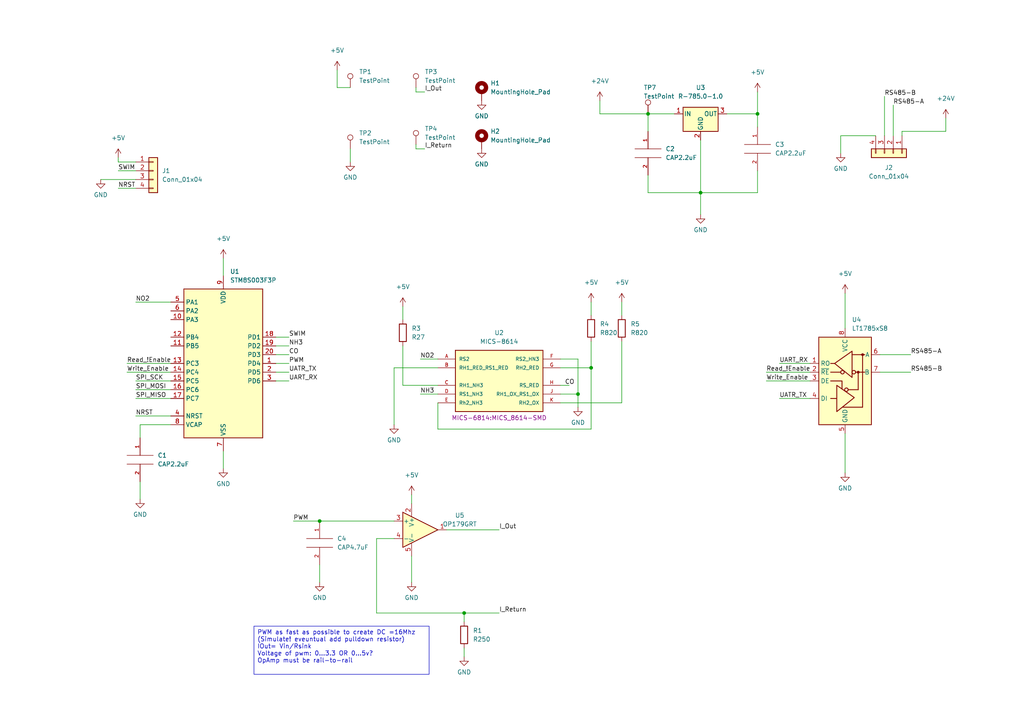
<source format=kicad_sch>
(kicad_sch (version 20230121) (generator eeschema)
  (paper "A4")
  (lib_symbols
    (symbol "Amplifier_Operational:OP179GRT" (pin_names (offset 0.127))
      (property "Reference" "U" (at 0 5.08 0))
      (property "Value" "OP179GRT" (at 0 -5.08 0))
      (symbol "OP179GRT_0_1"
        (polyline (pts (xy -5.08 5.08) (xy 5.08 0) (xy -5.08 -5.08) (xy -5.08 5.08)) (stroke (width 0.254)) (fill (type background)))
        (pin power_in line (at -2.54 7.62 270) (length 3.81) (name "V+") (number "2"))
        (pin power_in line (at -2.54 -7.62 90) (length 3.81) (name "V-") (number "5"))
      )
      (symbol "OP179GRT_1_1"
        (pin output line (at 7.62 0 180) (length 2.54) (name "~") (number "1"))
        (pin input line (at -7.62 2.54 0) (length 2.54) (name "+") (number "3"))
        (pin input line (at -7.62 -2.54 0) (length 2.54) (name "-") (number "4"))
      )
    )
    (symbol "Connector:TestPoint" (pin_numbers hide) (pin_names (offset 0.762) hide)
      (property "Reference" "TP" (at 0 6.858 0))
      (property "Value" "TestPoint" (at 0 5.08 0))
      (symbol "TestPoint_0_1"
        (circle (center 0 3.302) (radius 0.762))
      )
      (symbol "TestPoint_1_1"
        (pin passive line (at 0 0 90) (length 2.54) (name "1") (number "1"))
      )
    )
    (symbol "Connector_Generic:Conn_01x04" (pin_names (offset 1.016) hide)
      (property "Reference" "J" (at 0 5.08 0))
      (property "Value" "Conn_01x04" (at 0 -7.62 0))
      (symbol "Conn_01x04_1_1"
        (rectangle (start -1.27 -4.953) (end 0 -5.207) (stroke (width 0.1524)))
        (rectangle (start -1.27 -2.413) (end 0 -2.667) (stroke (width 0.1524)))
        (rectangle (start -1.27 0.127) (end 0 -0.127) (stroke (width 0.1524)))
        (rectangle (start -1.27 2.667) (end 0 2.413) (stroke (width 0.1524)))
        (rectangle (start -1.27 3.81) (end 1.27 -6.35) (stroke (width 0.254)) (fill (type background)))
        (pin passive line (at -5.08 2.54 0) (length 3.81) (name "Pin_1") (number "1"))
        (pin passive line (at -5.08 0 0) (length 3.81) (name "Pin_2") (number "2"))
        (pin passive line (at -5.08 -2.54 0) (length 3.81) (name "Pin_3") (number "3"))
        (pin passive line (at -5.08 -5.08 0) (length 3.81) (name "Pin_4") (number "4"))
      )
    )
    (symbol "Device:R" (pin_numbers hide) (pin_names (offset 0))
      (property "Reference" "R" (at 2.032 0 90))
      (property "Value" "R" (at 0 0 90))
      (symbol "R_0_1"
        (rectangle (start -1.016 -2.54) (end 1.016 2.54) (stroke (width 0.254)))
      )
      (symbol "R_1_1"
        (pin passive line (at 0 3.81 270) (length 1.27) (name "~") (number "1"))
        (pin passive line (at 0 -3.81 90) (length 1.27) (name "~") (number "2"))
      )
    )
    (symbol "Interface_UART:LT1785xS8"
      (property "Reference" "U" (at -6.985 13.97 0))
      (property "Value" "LT1785xS8" (at 7.62 13.97 0))
      (symbol "LT1785xS8_0_1"
        (rectangle (start -7.62 12.7) (end 7.62 -12.7) (stroke (width 0.254)) (fill (type background)))
        (polyline (pts (xy -4.191 2.54) (xy -1.27 2.54)) (stroke (width 0.254)))
        (polyline (pts (xy -2.54 -5.08) (xy -4.191 -5.08)) (stroke (width 0.254)))
        (polyline (pts (xy -0.635 -7.62) (xy 5.08 -7.62)) (stroke (width 0.254)))
        (polyline (pts (xy 0.889 -2.54) (xy 3.81 -2.54)) (stroke (width 0.254)))
        (polyline (pts (xy 2.032 7.62) (xy 5.715 7.62)) (stroke (width 0.254)))
        (polyline (pts (xy 3.048 2.54) (xy 5.715 2.54)) (stroke (width 0.254)))
        (polyline (pts (xy 3.81 -2.54) (xy 3.81 2.54)) (stroke (width 0.254)))
        (polyline (pts (xy 5.08 -7.62) (xy 5.08 7.62)) (stroke (width 0.254)))
        (polyline (pts (xy -4.191 0) (xy -0.889 0) (xy -0.889 -2.286)) (stroke (width 0.254)))
        (polyline (pts (xy -3.175 5.08) (xy -4.191 5.08) (xy -4.064 5.08)) (stroke (width 0.254)))
        (polyline (pts (xy -2.413 -5.08) (xy -2.413 -1.27) (xy 2.667 -4.826) (xy -2.413 -8.89) (xy -2.413 -5.08)) (stroke (width 0.254)))
        (circle (center 0.381 -2.54) (radius 0.508) (stroke (width 0.254)))
        (circle (center 3.81 2.54) (radius 0.2794) (stroke (width 0.254)) (fill (type outline)))
      )
      (symbol "LT1785xS8_1_1"
        (circle (center -0.762 2.54) (radius 0.508) (stroke (width 0.254)))
        (polyline (pts (xy 2.032 4.826) (xy 2.032 8.636) (xy -3.048 5.08) (xy 2.032 1.016) (xy 2.032 4.826)) (stroke (width 0.254)))
        (circle (center 2.54 2.54) (radius 0.508) (stroke (width 0.254)))
        (circle (center 5.08 7.62) (radius 0.2794) (stroke (width 0.254)) (fill (type outline)))
        (pin output line (at -10.16 5.08 0) (length 2.54) (name "RO") (number "1"))
        (pin input line (at -10.16 2.54 0) (length 2.54) (name "~{RE}") (number "2"))
        (pin input line (at -10.16 0 0) (length 2.54) (name "DE") (number "3"))
        (pin input line (at -10.16 -5.08 0) (length 2.54) (name "DI") (number "4"))
        (pin power_in line (at 0 -15.24 90) (length 2.54) (name "GND") (number "5"))
        (pin bidirectional line (at 10.16 7.62 180) (length 2.54) (name "A") (number "6"))
        (pin bidirectional line (at 10.16 2.54 180) (length 2.54) (name "B") (number "7"))
        (pin power_in line (at 0 15.24 270) (length 2.54) (name "VCC") (number "8"))
      )
    )
    (symbol "MCU_ST_STM8:STM8S003F3P"
      (property "Reference" "U" (at 1.27 25.4 0))
      (property "Value" "STM8S003F3P" (at 1.27 22.86 0))
      (symbol "STM8S003F3P_0_1"
        (rectangle (start -11.43 21.59) (end 11.43 -21.59) (stroke (width 0.254)) (fill (type background)))
      )
      (symbol "STM8S003F3P_1_1"
        (pin bidirectional line (at 15.24 0 180) (length 3.81) (name "PD4") (number "1"))
        (pin bidirectional line (at -15.24 12.7 0) (length 3.81) (name "PA3") (number "10"))
        (pin bidirectional line (at -15.24 5.08 0) (length 3.81) (name "PB5") (number "11"))
        (pin bidirectional line (at -15.24 7.62 0) (length 3.81) (name "PB4") (number "12"))
        (pin bidirectional line (at -15.24 0 0) (length 3.81) (name "PC3") (number "13"))
        (pin bidirectional line (at -15.24 -2.54 0) (length 3.81) (name "PC4") (number "14"))
        (pin bidirectional line (at -15.24 -5.08 0) (length 3.81) (name "PC5") (number "15"))
        (pin bidirectional line (at -15.24 -7.62 0) (length 3.81) (name "PC6") (number "16"))
        (pin bidirectional line (at -15.24 -10.16 0) (length 3.81) (name "PC7") (number "17"))
        (pin bidirectional line (at 15.24 7.62 180) (length 3.81) (name "PD1") (number "18"))
        (pin bidirectional line (at 15.24 5.08 180) (length 3.81) (name "PD2") (number "19"))
        (pin bidirectional line (at 15.24 -2.54 180) (length 3.81) (name "PD5") (number "2"))
        (pin bidirectional line (at 15.24 2.54 180) (length 3.81) (name "PD3") (number "20"))
        (pin bidirectional line (at 15.24 -5.08 180) (length 3.81) (name "PD6") (number "3"))
        (pin input line (at -15.24 -15.24 0) (length 3.81) (name "NRST") (number "4"))
        (pin bidirectional line (at -15.24 17.78 0) (length 3.81) (name "PA1") (number "5"))
        (pin bidirectional line (at -15.24 15.24 0) (length 3.81) (name "PA2") (number "6"))
        (pin power_in line (at 0 -25.4 90) (length 3.81) (name "VSS") (number "7"))
        (pin passive line (at -15.24 -17.78 0) (length 3.81) (name "VCAP") (number "8"))
        (pin power_in line (at 0 25.4 270) (length 3.81) (name "VDD") (number "9"))
      )
    )
    (symbol "MICS-8614:MICS-8614" (pin_names (offset 1.016))
      (property "Reference" "U" (at -12.7233 8.3974 0))
      (property "Value" "MICS-8614" (at -12.7 -12.7 0))
      (symbol "MICS-8614_0_0"
        (rectangle (start -12.7 7.62) (end 12.7 -10.16) (stroke (width 0.254)) (fill (type background)))
      )
      (symbol "MICS-8614_1_0"
        (pin bidirectional line (at -17.78 5.08 0) (length 5.08) (name "RS2") (number "A"))
        (pin bidirectional line (at -17.78 2.54 0) (length 5.08) (name "RH1_RED_RS1_RED") (number "B"))
        (pin bidirectional line (at -17.78 -2.54 0) (length 5.08) (name "RH1_NH3") (number "C"))
        (pin bidirectional line (at -17.78 -5.08 0) (length 5.08) (name "RS1_NH3") (number "D"))
        (pin bidirectional line (at -17.78 -7.62 0) (length 5.08) (name "Rh2_NH3") (number "E"))
        (pin bidirectional line (at 17.78 5.08 180) (length 5.08) (name "RS2_HN3") (number "F"))
        (pin bidirectional line (at 17.78 2.54 180) (length 5.08) (name "RH2_RED") (number "G"))
        (pin bidirectional line (at 17.78 -2.54 180) (length 5.08) (name "RS_RED") (number "H"))
        (pin bidirectional line (at 17.78 -5.08 180) (length 5.08) (name "RH1_OX_RS1_OX") (number "J"))
        (pin bidirectional line (at 17.78 -7.62 180) (length 5.08) (name "RH2_OX") (number "K"))
      )
    )
    (symbol "Mechanical:MountingHole_Pad" (pin_numbers hide) (pin_names (offset 1.016) hide)
      (property "Reference" "H" (at 0 6.35 0))
      (property "Value" "MountingHole_Pad" (at 0 4.445 0))
      (symbol "MountingHole_Pad_0_1"
        (circle (center 0 1.27) (radius 1.27) (stroke (width 1.27)))
      )
      (symbol "MountingHole_Pad_1_1"
        (pin input line (at 0 -2.54 90) (length 2.54) (name "1") (number "1"))
      )
    )
    (symbol "Regulator_Switching:R-785.0-1.0" (pin_names (offset 0.254))
      (property "Reference" "U" (at -3.81 3.175 0))
      (property "Value" "R-785.0-1.0" (at 0 3.175 0))
      (symbol "R-785.0-1.0_0_1"
        (rectangle (start -5.08 1.905) (end 5.08 -5.08) (stroke (width 0.254)) (fill (type background)))
      )
      (symbol "R-785.0-1.0_1_1"
        (pin power_in line (at -7.62 0 0) (length 2.54) (name "IN") (number "1"))
        (pin power_in line (at 0 -7.62 90) (length 2.54) (name "GND") (number "2"))
        (pin power_out line (at 7.62 0 180) (length 2.54) (name "OUT") (number "3"))
      )
    )
    (symbol "power:+24V" (power) (pin_names (offset 0))
      (property "Value" "+24V" (at 0 3.556 0))
      (symbol "+24V_0_1"
        (polyline (pts (xy -0.762 1.27) (xy 0 2.54)))
        (polyline (pts (xy 0 0) (xy 0 2.54)))
        (polyline (pts (xy 0 2.54) (xy 0.762 1.27)))
      )
      (symbol "+24V_1_1"
        (pin power_in line (at 0 0 90) (length 0) hide (name "+24V") (number "1"))
      )
    )
    (symbol "power:+5V" (power) (pin_names (offset 0))
      (property "Value" "+5V" (at 0 3.556 0))
      (symbol "+5V_0_1"
        (polyline (pts (xy -0.762 1.27) (xy 0 2.54)))
        (polyline (pts (xy 0 0) (xy 0 2.54)))
        (polyline (pts (xy 0 2.54) (xy 0.762 1.27)))
      )
      (symbol "+5V_1_1"
        (pin power_in line (at 0 0 90) (length 0) hide (name "+5V") (number "1"))
      )
    )
    (symbol "power:GND" (power) (pin_names (offset 0))
      (property "Value" "GND" (at 0 -3.81 0))
      (symbol "GND_0_1"
        (polyline (pts (xy 0 0) (xy 0 -1.27) (xy 1.27 -1.27) (xy 0 -2.54) (xy -1.27 -1.27) (xy 0 -1.27)))
      )
      (symbol "GND_1_1"
        (pin power_in line (at 0 0 270) (length 0) hide (name "GND") (number "1"))
      )
    )
    (symbol "pspice:CAP" (pin_names (offset 0.254))
      (property "Reference" "C" (at 2.54 3.81 90))
      (property "Value" "CAP" (at 2.54 -3.81 90))
      (symbol "CAP_0_1"
        (polyline (pts (xy -3.81 -1.27) (xy 3.81 -1.27)))
        (polyline (pts (xy -3.81 1.27) (xy 3.81 1.27)))
      )
      (symbol "CAP_1_1"
        (pin passive line (at 0 6.35 270) (length 5.08) (name "~") (number "1"))
        (pin passive line (at 0 -6.35 90) (length 5.08) (name "~") (number "2"))
      )
    )
  )
  (junction (at 203.2 55.88))
  (junction (at 171.45 106.68))
  (junction (at 167.64 114.3))
  (junction (at 219.71 33.02))
  (junction (at 92.71 151.13))
  (junction (at 134.62 177.8))
  (junction (at 187.96 33.02))
  (wire (pts (xy 261.62 38.1) (xy 261.62 39.37)))
  (wire (pts (xy 120.65 41.91) (xy 120.65 43.18)))
  (wire (pts (xy 127 116.84) (xy 127 124.46)))
  (wire (pts (xy 39.37 120.65) (xy 49.53 120.65)))
  (wire (pts (xy 255.27 102.87) (xy 264.16 102.87)))
  (wire (pts (xy 127 124.46) (xy 171.45 124.46)))
  (wire (pts (xy 109.22 177.8) (xy 109.22 156.21)))
  (wire (pts (xy 162.56 114.3) (xy 167.64 114.3)))
  (wire (pts (xy 255.27 107.95) (xy 264.16 107.95)))
  (wire (pts (xy 92.71 151.13) (xy 114.3 151.13)))
  (wire (pts (xy 29.21 52.07) (xy 39.37 52.07)))
  (wire (pts (xy 109.22 156.21) (xy 114.3 156.21)))
  (wire (pts (xy 261.62 38.1) (xy 274.32 38.1)))
  (wire (pts (xy 36.83 105.41) (xy 49.53 105.41)))
  (wire (pts (xy 167.64 114.3) (xy 167.64 118.11)))
  (wire (pts (xy 203.2 40.64) (xy 203.2 55.88)))
  (wire (pts (xy 97.79 25.4) (xy 101.6 25.4)))
  (wire (pts (xy 245.11 125.73) (xy 245.11 137.16)))
  (wire (pts (xy 80.01 107.95) (xy 83.82 107.95)))
  (wire (pts (xy 245.11 85.09) (xy 245.11 95.25)))
  (wire (pts (xy 243.84 39.37) (xy 254 39.37)))
  (wire (pts (xy 120.65 26.67) (xy 123.19 26.67)))
  (wire (pts (xy 203.2 55.88) (xy 203.2 62.23)))
  (wire (pts (xy 256.54 27.94) (xy 256.54 39.37)))
  (wire (pts (xy 243.84 39.37) (xy 243.84 44.45)))
  (wire (pts (xy 121.92 104.14) (xy 127 104.14)))
  (wire (pts (xy 119.38 161.29) (xy 119.38 168.91)))
  (wire (pts (xy 171.45 124.46) (xy 171.45 106.68)))
  (wire (pts (xy 120.65 25.4) (xy 120.65 26.67)))
  (wire (pts (xy 222.25 110.49) (xy 234.95 110.49)))
  (wire (pts (xy 40.64 123.19) (xy 40.64 127)))
  (wire (pts (xy 162.56 106.68) (xy 171.45 106.68)))
  (wire (pts (xy 180.34 87.63) (xy 180.34 91.44)))
  (wire (pts (xy 36.83 107.95) (xy 49.53 107.95)))
  (wire (pts (xy 173.99 29.21) (xy 173.99 33.02)))
  (wire (pts (xy 134.62 180.34) (xy 134.62 177.8)))
  (wire (pts (xy 114.3 123.19) (xy 114.3 106.68)))
  (wire (pts (xy 187.96 55.88) (xy 203.2 55.88)))
  (wire (pts (xy 119.38 143.51) (xy 119.38 146.05)))
  (wire (pts (xy 116.84 88.9) (xy 116.84 92.71)))
  (wire (pts (xy 80.01 97.79) (xy 83.82 97.79)))
  (wire (pts (xy 34.29 49.53) (xy 39.37 49.53)))
  (wire (pts (xy 116.84 111.76) (xy 127 111.76)))
  (wire (pts (xy 64.77 130.81) (xy 64.77 135.89)))
  (wire (pts (xy 34.29 46.99) (xy 34.29 45.72)))
  (wire (pts (xy 180.34 116.84) (xy 180.34 99.06)))
  (wire (pts (xy 80.01 100.33) (xy 83.82 100.33)))
  (wire (pts (xy 203.2 55.88) (xy 219.71 55.88)))
  (wire (pts (xy 226.06 115.57) (xy 234.95 115.57)))
  (wire (pts (xy 259.08 39.37) (xy 259.08 30.48)))
  (wire (pts (xy 97.79 20.32) (xy 97.79 25.4)))
  (wire (pts (xy 64.77 74.93) (xy 64.77 80.01)))
  (wire (pts (xy 120.65 43.18) (xy 123.19 43.18)))
  (wire (pts (xy 173.99 33.02) (xy 187.96 33.02)))
  (wire (pts (xy 226.06 105.41) (xy 234.95 105.41)))
  (wire (pts (xy 101.6 46.99) (xy 101.6 43.18)))
  (wire (pts (xy 167.64 104.14) (xy 167.64 114.3)))
  (wire (pts (xy 187.96 33.02) (xy 187.96 38.1)))
  (wire (pts (xy 109.22 177.8) (xy 134.62 177.8)))
  (wire (pts (xy 171.45 87.63) (xy 171.45 91.44)))
  (wire (pts (xy 114.3 106.68) (xy 127 106.68)))
  (wire (pts (xy 80.01 102.87) (xy 83.82 102.87)))
  (wire (pts (xy 39.37 46.99) (xy 34.29 46.99)))
  (wire (pts (xy 274.32 38.1) (xy 274.32 34.29)))
  (wire (pts (xy 39.37 87.63) (xy 49.53 87.63)))
  (wire (pts (xy 121.92 114.3) (xy 127 114.3)))
  (wire (pts (xy 162.56 111.76) (xy 165.1 111.76)))
  (wire (pts (xy 219.71 33.02) (xy 219.71 36.83)))
  (wire (pts (xy 134.62 177.8) (xy 144.78 177.8)))
  (wire (pts (xy 222.25 107.95) (xy 234.95 107.95)))
  (wire (pts (xy 187.96 50.8) (xy 187.96 55.88)))
  (wire (pts (xy 162.56 116.84) (xy 180.34 116.84)))
  (wire (pts (xy 129.54 153.67) (xy 144.78 153.67)))
  (wire (pts (xy 187.96 33.02) (xy 195.58 33.02)))
  (wire (pts (xy 40.64 139.7) (xy 40.64 144.78)))
  (wire (pts (xy 34.29 54.61) (xy 39.37 54.61)))
  (wire (pts (xy 39.37 110.49) (xy 49.53 110.49)))
  (wire (pts (xy 162.56 104.14) (xy 167.64 104.14)))
  (wire (pts (xy 49.53 123.19) (xy 40.64 123.19)))
  (wire (pts (xy 219.71 49.53) (xy 219.71 55.88)))
  (wire (pts (xy 171.45 99.06) (xy 171.45 106.68)))
  (wire (pts (xy 39.37 115.57) (xy 49.53 115.57)))
  (wire (pts (xy 219.71 26.67) (xy 219.71 33.02)))
  (wire (pts (xy 80.01 110.49) (xy 83.82 110.49)))
  (wire (pts (xy 92.71 163.83) (xy 92.71 168.91)))
  (wire (pts (xy 134.62 187.96) (xy 134.62 190.5)))
  (wire (pts (xy 210.82 33.02) (xy 219.71 33.02)))
  (wire (pts (xy 39.37 113.03) (xy 49.53 113.03)))
  (wire (pts (xy 85.09 151.13) (xy 92.71 151.13)))
  (wire (pts (xy 80.01 105.41) (xy 83.82 105.41)))
  (wire (pts (xy 116.84 100.33) (xy 116.84 111.76)))
  (text_box "PWM as fast as possible to create DC =16Mhz\n(Simulate! eveuntual add pulldown resistor)\nIOut= Vin/Rsink\nVoltage of pwm: 0...3.3 OR 0...5v?\nOpAmp must be rail-to-rail\n\n\n" (at 73.66 181.61 0) (size 50.8 13.97) (effects (font (size 1.27 1.27)) (justify left top)))
  (label "UATR_TX" (at 226.06 115.57 0))
  (label "NH3" (at 121.92 114.3 0))
  (label "SPI_SCK" (at 39.37 110.49 0))
  (label "Read_!Enable" (at 36.83 105.41 0))
  (label "I_Out" (at 123.19 26.67 0))
  (label "SWIM" (at 34.29 49.53 0))
  (label "NO2" (at 121.92 104.14 0))
  (label "NO2" (at 39.37 87.63 0))
  (label "NRST" (at 39.37 120.65 0))
  (label "I_Return" (at 123.19 43.18 0))
  (label "CO" (at 163.83 111.76 0))
  (label "RS485-B" (at 264.16 107.95 0))
  (label "PWM" (at 83.82 105.41 0))
  (label "Read_!Enable" (at 222.25 107.95 0))
  (label "RS485-A" (at 264.16 102.87 0))
  (label "PWM" (at 85.09 151.13 0))
  (label "NH3" (at 83.82 100.33 0))
  (label "RS485-B" (at 256.54 27.94 0))
  (label "Write_Enable" (at 36.83 107.95 0))
  (label "SWIM" (at 83.82 97.79 0))
  (label "UATR_TX" (at 83.82 107.95 0))
  (label "CO" (at 83.82 102.87 0))
  (label "UART_RX" (at 83.82 110.49 0))
  (label "UART_RX" (at 226.06 105.41 0))
  (label "Write_Enable" (at 222.25 110.49 0))
  (label "RS485-A" (at 259.08 30.48 0))
  (label "I_Return" (at 144.78 177.8 0))
  (label "SPI_MISO" (at 39.37 115.57 0))
  (label "I_Out" (at 144.78 153.67 0))
  (label "NRST" (at 34.29 54.61 0))
  (label "SPI_MOSI" (at 39.37 113.03 0))
  (symbol (lib_id "power:GND") (at 101.6 46.99 0) (unit 1)
    (property "Reference" "#PWR09" (effects hide))
    (property "Value" "GND" (at 101.6 51.435 0))
  )
  (symbol (lib_id "pspice:CAP") (at 219.71 43.18 0) (unit 1)
    (property "Reference" "C3" (at 224.79 41.91 0) (effects (justify left)))
    (property "Value" "CAP2.2uF" (at 224.79 44.45 0) (effects (justify left)))
    (property "Footprint" "Capacitor_SMD:C_0603_1608Metric" (effects hide))
  )
  (symbol (lib_id "Amplifier_Operational:OP179GRT") (at 121.92 153.67 0) (unit 1)
    (property "Reference" "U5" (at 133.35 149.4791 0))
    (property "Value" "OP179GRT" (at 133.35 152.0191 0))
    (property "Footprint" "PCM_Package_TO_SOT_SMD_AKL:SOT-23-5" (effects hide))
    (property "Datasheet" "https://www.analog.com/media/en/technical-documentation/data-sheets/OP179_279.pdf" (effects hide))
  )
  (symbol (lib_id "power:+5V") (at 245.11 85.09 0) (unit 1)
    (property "Reference" "#PWR021" (effects hide))
    (property "Value" "+5V" (at 245.11 79.375 0))
  )
  (symbol (lib_id "Regulator_Switching:R-785.0-1.0") (at 203.2 33.02 0) (unit 1)
    (property "Reference" "U3" (at 203.2 25.4 0))
    (property "Value" "R-785.0-1.0" (at 203.2 27.94 0))
    (property "Footprint" "Converter_DCDC:Converter_DCDC_RECOM_R-78E-0.5_THT" (effects hide))
    (property "Datasheet" "https://www.recom-power.com/pdf/Innoline/R-78xx-1.0.pdf" (effects hide))
  )
  (symbol (lib_id "MCU_ST_STM8:STM8S003F3P") (at 64.77 105.41 0) (unit 1)
    (property "Reference" "U1" (at 66.7259 78.74 0) (effects (justify left)))
    (property "Value" "STM8S003F3P" (at 66.7259 81.28 0) (effects (justify left)))
    (property "Footprint" "Package_SO:TSSOP-20_4.4x6.5mm_P0.65mm" (effects hide))
    (property "Datasheet" "http://www.st.com/st-web-ui/static/active/en/resource/technical/document/datasheet/DM00024550.pdf" (effects hide))
  )
  (symbol (lib_id "Device:R") (at 180.34 95.25 0) (unit 1)
    (property "Reference" "R5" (at 182.88 93.98 0) (effects (justify left)))
    (property "Value" "R820" (at 182.88 96.52 0) (effects (justify left)))
    (property "Footprint" "Capacitor_SMD:C_0603_1608Metric" (effects hide))
  )
  (symbol (lib_id "power:+5V") (at 180.34 87.63 0) (unit 1)
    (property "Reference" "#PWR017" (effects hide))
    (property "Value" "+5V" (at 180.34 81.915 0))
  )
  (symbol (lib_id "Interface_UART:LT1785xS8") (at 245.11 110.49 0) (unit 1)
    (property "Reference" "U4" (at 247.0659 92.71 0) (effects (justify left)))
    (property "Value" "LT1785xS8" (at 247.0659 95.25 0) (effects (justify left)))
    (property "Footprint" "PCM_Package_SO_AKL:SOIC-8_3.9x4.9mm_P1.27mm" (effects hide))
    (property "Datasheet" "https://www.analog.com/media/en/technical-documentation/data-sheets/LT1785-1785A-1791-1791A.pdf" (effects hide))
  )
  (symbol (lib_id "power:GND") (at 64.77 135.89 0) (unit 1)
    (property "Reference" "#PWR07" (effects hide))
    (property "Value" "GND" (at 64.77 140.335 0))
  )
  (symbol (lib_id "Connector:TestPoint") (at 101.6 43.18 0) (unit 1)
    (property "Reference" "TP2" (at 104.14 38.608 0) (effects (justify left)))
    (property "Value" "TestPoint" (at 104.14 41.148 0) (effects (justify left)))
    (property "Footprint" "TestPoint:TestPoint_Pad_D1.0mm" (effects hide))
  )
  (symbol (lib_id "power:GND") (at 114.3 123.19 0) (unit 1)
    (property "Reference" "#PWR010" (effects hide))
    (property "Value" "GND" (at 114.3 127.635 0))
  )
  (symbol (lib_id "Connector:TestPoint") (at 187.96 33.02 0) (unit 1)
    (property "Reference" "TP7" (at 186.69 25.4 0) (effects (justify left)))
    (property "Value" "TestPoint" (at 186.69 27.94 0) (effects (justify left)))
    (property "Footprint" "TestPoint:TestPoint_Pad_D1.0mm" (effects hide))
  )
  (symbol (lib_id "Connector:TestPoint") (at 101.6 25.4 0) (unit 1)
    (property "Reference" "TP1" (at 104.14 20.828 0) (effects (justify left)))
    (property "Value" "TestPoint" (at 104.14 23.368 0) (effects (justify left)))
    (property "Footprint" "TestPoint:TestPoint_Pad_D1.0mm" (effects hide))
  )
  (symbol (lib_id "Connector_Generic:Conn_01x04") (at 44.45 49.53 0) (unit 1)
    (property "Reference" "J1" (at 46.99 49.53 0) (effects (justify left)))
    (property "Value" "Conn_01x04" (at 46.99 52.07 0) (effects (justify left)))
    (property "Footprint" "Connector_PinHeader_2.54mm:PinHeader_1x04_P2.54mm_Vertical" (effects hide))
  )
  (symbol (lib_id "power:GND") (at 245.11 137.16 0) (unit 1)
    (property "Reference" "#PWR022" (effects hide))
    (property "Value" "GND" (at 245.11 141.605 0))
  )
  (symbol (lib_id "Device:R") (at 171.45 95.25 0) (unit 1)
    (property "Reference" "R4" (at 173.99 93.98 0) (effects (justify left)))
    (property "Value" "R820" (at 173.99 96.52 0) (effects (justify left)))
    (property "Footprint" "Capacitor_SMD:C_0603_1608Metric" (effects hide))
  )
  (symbol (lib_id "Device:R") (at 116.84 96.52 0) (unit 1)
    (property "Reference" "R3" (at 119.38 95.25 0) (effects (justify left)))
    (property "Value" "R27" (at 119.38 97.79 0) (effects (justify left)))
    (property "Footprint" "Capacitor_SMD:C_0603_1608Metric" (effects hide))
  )
  (symbol (lib_id "pspice:CAP") (at 187.96 44.45 0) (unit 1)
    (property "Reference" "C2" (at 193.04 43.18 0) (effects (justify left)))
    (property "Value" "CAP2.2uF" (at 193.04 45.72 0) (effects (justify left)))
    (property "Footprint" "Capacitor_SMD:C_0603_1608Metric" (effects hide))
  )
  (symbol (lib_id "pspice:CAP") (at 92.71 157.48 0) (unit 1)
    (property "Reference" "C4" (at 97.79 156.21 0) (effects (justify left)))
    (property "Value" "CAP4.7uF" (at 97.79 158.75 0) (effects (justify left)))
    (property "Footprint" "Capacitor_SMD:C_0603_1608Metric" (effects hide))
  )
  (symbol (lib_id "power:GND") (at 139.7 43.18 0) (unit 1)
    (property "Reference" "#PWR013" (effects hide))
    (property "Value" "GND" (at 139.7 47.625 0))
  )
  (symbol (lib_id "power:+5V") (at 97.79 20.32 0) (unit 1)
    (property "Reference" "#PWR08" (effects hide))
    (property "Value" "+5V" (at 97.79 14.605 0))
  )
  (symbol (lib_id "power:+5V") (at 116.84 88.9 0) (unit 1)
    (property "Reference" "#PWR011" (effects hide))
    (property "Value" "+5V" (at 116.84 83.185 0))
  )
  (symbol (lib_id "power:GND") (at 139.7 29.21 0) (unit 1)
    (property "Reference" "#PWR012" (effects hide))
    (property "Value" "GND" (at 139.7 33.655 0))
  )
  (symbol (lib_id "power:GND") (at 203.2 62.23 0) (unit 1)
    (property "Reference" "#PWR018" (effects hide))
    (property "Value" "GND" (at 203.2 66.675 0))
  )
  (symbol (lib_id "Mechanical:MountingHole_Pad") (at 139.7 40.64 0) (unit 1)
    (property "Reference" "H2" (at 142.24 38.1 0) (effects (justify left)))
    (property "Value" "MountingHole_Pad" (at 142.24 40.64 0) (effects (justify left)))
    (property "Footprint" "MountingHole:MountingHole_2.2mm_M2_DIN965_Pad" (effects hide))
  )
  (symbol (lib_id "power:GND") (at 243.84 44.45 0) (unit 1)
    (property "Reference" "#PWR020" (effects hide))
    (property "Value" "GND" (at 243.84 48.895 0))
  )
  (symbol (lib_id "power:GND") (at 134.62 190.5 0) (unit 1)
    (property "Reference" "#PWR025" (effects hide))
    (property "Value" "GND" (at 134.62 194.945 0))
  )
  (symbol (lib_id "power:GND") (at 29.21 52.07 0) (unit 1)
    (property "Reference" "#PWR03" (effects hide))
    (property "Value" "GND" (at 29.21 56.515 0))
  )
  (symbol (lib_id "power:+5V") (at 171.45 87.63 0) (unit 1)
    (property "Reference" "#PWR015" (effects hide))
    (property "Value" "+5V" (at 171.45 81.915 0))
  )
  (symbol (lib_id "power:+24V") (at 173.99 29.21 0) (unit 1)
    (property "Reference" "#PWR016" (effects hide))
    (property "Value" "+24V" (at 173.99 23.495 0))
  )
  (symbol (lib_id "power:+5V") (at 34.29 45.72 0) (unit 1)
    (property "Reference" "#PWR04" (effects hide))
    (property "Value" "+5V" (at 34.29 40.005 0))
  )
  (symbol (lib_id "power:GND") (at 92.71 168.91 0) (unit 1)
    (property "Reference" "#PWR024" (effects hide))
    (property "Value" "GND" (at 92.71 173.355 0))
  )
  (symbol (lib_id "Connector:TestPoint") (at 120.65 25.4 0) (unit 1)
    (property "Reference" "TP3" (at 123.19 20.828 0) (effects (justify left)))
    (property "Value" "TestPoint" (at 123.19 23.368 0) (effects (justify left)))
    (property "Footprint" "TestPoint:TestPoint_Pad_D1.0mm" (effects hide))
  )
  (symbol (lib_id "power:GND") (at 167.64 118.11 0) (unit 1)
    (property "Reference" "#PWR014" (effects hide))
    (property "Value" "GND" (at 167.64 122.555 0))
  )
  (symbol (lib_id "power:GND") (at 119.38 168.91 0) (unit 1)
    (property "Reference" "#PWR01" (effects hide))
    (property "Value" "GND" (at 119.38 173.355 0))
  )
  (symbol (lib_id "Connector_Generic:Conn_01x04") (at 259.08 44.45 270) (unit 1)
    (property "Reference" "J2" (at 257.81 48.6156 90))
    (property "Value" "Conn_01x04" (at 257.81 51.1556 90))
    (property "Footprint" "Connector_Phoenix_SPT:PhoenixContact_SPT_1.5_4-H-3.5_1x04_P3.5mm_Horizontal" (effects hide))
  )
  (symbol (lib_id "power:+5V") (at 219.71 26.67 0) (unit 1)
    (property "Reference" "#PWR019" (effects hide))
    (property "Value" "+5V" (at 219.71 20.955 0))
  )
  (symbol (lib_id "pspice:CAP") (at 40.64 133.35 0) (unit 1)
    (property "Reference" "C1" (at 45.72 132.08 0) (effects (justify left)))
    (property "Value" "CAP2.2uF" (at 45.72 134.62 0) (effects (justify left)))
    (property "Footprint" "Capacitor_SMD:C_0603_1608Metric" (effects hide))
  )
  (symbol (lib_id "power:GND") (at 40.64 144.78 0) (unit 1)
    (property "Reference" "#PWR05" (effects hide))
    (property "Value" "GND" (at 40.64 149.225 0))
  )
  (symbol (lib_id "Device:R") (at 134.62 184.15 0) (unit 1)
    (property "Reference" "R1" (at 137.16 182.88 0) (effects (justify left)))
    (property "Value" "R250" (at 137.16 185.42 0) (effects (justify left)))
    (property "Footprint" "Capacitor_SMD:C_0603_1608Metric" (effects hide))
  )
  (symbol (lib_id "Connector:TestPoint") (at 120.65 41.91 0) (unit 1)
    (property "Reference" "TP4" (at 123.19 37.338 0) (effects (justify left)))
    (property "Value" "TestPoint" (at 123.19 39.878 0) (effects (justify left)))
    (property "Footprint" "TestPoint:TestPoint_Pad_D1.0mm" (effects hide))
  )
  (symbol (lib_id "Mechanical:MountingHole_Pad") (at 139.7 26.67 0) (unit 1)
    (property "Reference" "H1" (at 142.24 24.13 0) (effects (justify left)))
    (property "Value" "MountingHole_Pad" (at 142.24 26.67 0) (effects (justify left)))
    (property "Footprint" "MountingHole:MountingHole_2.2mm_M2_DIN965_Pad" (effects hide))
  )
  (symbol (lib_id "MICS-8614:MICS-8614") (at 144.78 109.22 0) (unit 1)
    (property "Reference" "U2" (at 144.78 96.52 0))
    (property "Value" "MICS-8614" (at 144.78 99.06 0))
    (property "Footprint" "MICS-6814:MICS_8614-SMD" (at 144.78 121.92 0) (effects (justify bottom)))
    (property "Datasheet" "https://www.sgxsensortech.com/content/uploads/2015/02/1143_Datasheet-MiCS-6814-rev-8.pdf" (effects hide))
    (property "PROD_ID" "COMP-12310" (effects hide))
  )
  (symbol (lib_id "power:+5V") (at 119.38 143.51 0) (unit 1)
    (property "Reference" "#PWR02" (effects hide))
    (property "Value" "+5V" (at 119.38 137.795 0))
  )
  (symbol (lib_id "power:+24V") (at 274.32 34.29 0) (unit 1)
    (property "Reference" "#PWR023" (effects hide))
    (property "Value" "+24V" (at 274.32 28.575 0))
  )
  (symbol (lib_id "power:+5V") (at 64.77 74.93 0) (unit 1)
    (property "Reference" "#PWR06" (effects hide))
    (property "Value" "+5V" (at 64.77 69.215 0))
  )
)
</source>
